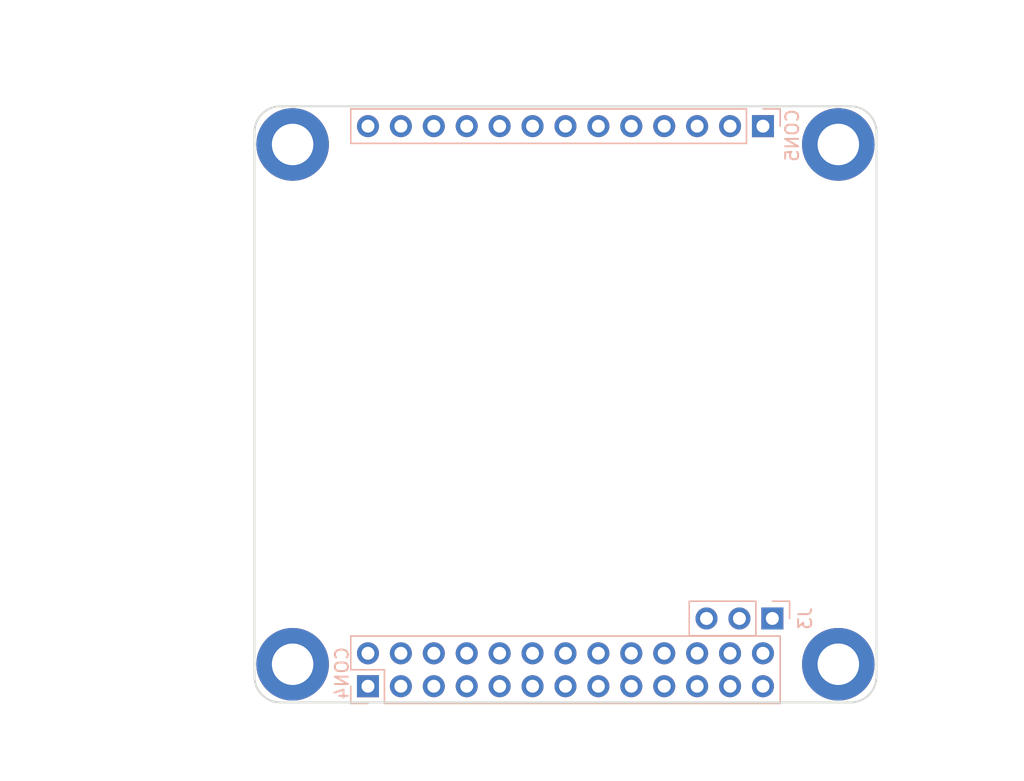
<source format=kicad_pcb>
(kicad_pcb (version 20171130) (host pcbnew 5.0.0)

  (general
    (thickness 1.6)
    (drawings 24)
    (tracks 0)
    (zones 0)
    (modules 7)
    (nets 4)
  )

  (page A4)
  (layers
    (0 F.Cu signal)
    (31 B.Cu signal)
    (32 B.Adhes user)
    (33 F.Adhes user)
    (34 B.Paste user)
    (35 F.Paste user)
    (36 B.SilkS user)
    (37 F.SilkS user)
    (38 B.Mask user)
    (39 F.Mask user)
    (40 Dwgs.User user)
    (41 Cmts.User user)
    (42 Eco1.User user)
    (43 Eco2.User user)
    (44 Edge.Cuts user)
    (45 Margin user)
    (46 B.CrtYd user)
    (47 F.CrtYd user)
    (48 B.Fab user)
    (49 F.Fab user)
  )

  (setup
    (last_trace_width 0.25)
    (trace_clearance 0.2)
    (zone_clearance 0.508)
    (zone_45_only no)
    (trace_min 0.2)
    (segment_width 0.2)
    (edge_width 0.15)
    (via_size 0.6)
    (via_drill 0.4)
    (via_min_size 0.4)
    (via_min_drill 0.3)
    (uvia_size 0.3)
    (uvia_drill 0.1)
    (uvias_allowed no)
    (uvia_min_size 0.2)
    (uvia_min_drill 0.1)
    (pcb_text_width 0.3)
    (pcb_text_size 1.5 1.5)
    (mod_edge_width 0.15)
    (mod_text_size 1 1)
    (mod_text_width 0.15)
    (pad_size 5.6 5.6)
    (pad_drill 3.2)
    (pad_to_mask_clearance 0.2)
    (aux_axis_origin 130 116)
    (grid_origin 130 116)
    (visible_elements FFFFFF7F)
    (pcbplotparams
      (layerselection 0x00030_80000001)
      (usegerberextensions false)
      (usegerberattributes false)
      (usegerberadvancedattributes false)
      (creategerberjobfile false)
      (excludeedgelayer true)
      (linewidth 0.100000)
      (plotframeref false)
      (viasonmask false)
      (mode 1)
      (useauxorigin false)
      (hpglpennumber 1)
      (hpglpenspeed 20)
      (hpglpendiameter 15.000000)
      (psnegative false)
      (psa4output false)
      (plotreference true)
      (plotvalue true)
      (plotinvisibletext false)
      (padsonsilk false)
      (subtractmaskfromsilk false)
      (outputformat 1)
      (mirror false)
      (drillshape 1)
      (scaleselection 1)
      (outputdirectory ""))
  )

  (net 0 "")
  (net 1 /3.3V)
  (net 2 /5V)
  (net 3 /GND)

  (net_class Default "This is the default net class."
    (clearance 0.2)
    (trace_width 0.25)
    (via_dia 0.6)
    (via_drill 0.4)
    (uvia_dia 0.3)
    (uvia_drill 0.1)
    (add_net /3.3V)
    (add_net /5V)
    (add_net /GND)
  )

  (module Mounting_Holes:MountingHole_3.2mm_M3_DIN965_Pad (layer F.Cu) (tedit 5A883868) (tstamp 5A883476)
    (at 132.945 72.945)
    (descr "Mounting Hole 3.2mm, M3, DIN965")
    (tags "mounting hole 3.2mm m3 din965")
    (attr virtual)
    (fp_text reference REF** (at 0 -3.8) (layer F.SilkS) hide
      (effects (font (size 1 1) (thickness 0.15)))
    )
    (fp_text value MountingHole_3.2mm_M3_DIN965_Pad (at 0 3.8) (layer F.Fab)
      (effects (font (size 1 1) (thickness 0.15)))
    )
    (fp_text user %R (at 0.3 0) (layer F.Fab)
      (effects (font (size 1 1) (thickness 0.15)))
    )
    (fp_circle (center 0 0) (end 2.8 0) (layer Cmts.User) (width 0.15))
    (fp_circle (center 0 0) (end 3.05 0) (layer F.CrtYd) (width 0.05))
    (pad 1 thru_hole circle (at 0 0) (size 5.6 5.6) (drill 3.2) (layers *.Cu *.Mask))
  )

  (module Mounting_Holes:MountingHole_3.2mm_M3_DIN965_Pad (layer F.Cu) (tedit 5A883862) (tstamp 5A883477)
    (at 175.055 72.945)
    (descr "Mounting Hole 3.2mm, M3, DIN965")
    (tags "mounting hole 3.2mm m3 din965")
    (attr virtual)
    (fp_text reference REF** (at 0 -3.8) (layer F.SilkS) hide
      (effects (font (size 1 1) (thickness 0.15)))
    )
    (fp_text value MountingHole_3.2mm_M3_DIN965_Pad (at 0 3.8) (layer F.Fab)
      (effects (font (size 1 1) (thickness 0.15)))
    )
    (fp_text user %R (at 0.3 0) (layer F.Fab)
      (effects (font (size 1 1) (thickness 0.15)))
    )
    (fp_circle (center 0 0) (end 2.8 0) (layer Cmts.User) (width 0.15))
    (fp_circle (center 0 0) (end 3.05 0) (layer F.CrtYd) (width 0.05))
    (pad 1 thru_hole circle (at 0 0) (size 5.6 5.6) (drill 3.2) (layers *.Cu *.Mask))
  )

  (module Mounting_Holes:MountingHole_3.2mm_M3_DIN965_Pad (layer F.Cu) (tedit 5A883871) (tstamp 5A883478)
    (at 132.945 113.055)
    (descr "Mounting Hole 3.2mm, M3, DIN965")
    (tags "mounting hole 3.2mm m3 din965")
    (attr virtual)
    (fp_text reference REF** (at 0 -3.8) (layer F.SilkS) hide
      (effects (font (size 1 1) (thickness 0.15)))
    )
    (fp_text value MountingHole_3.2mm_M3_DIN965_Pad (at 0 3.8) (layer F.Fab)
      (effects (font (size 1 1) (thickness 0.15)))
    )
    (fp_text user %R (at 0.3 0) (layer F.Fab)
      (effects (font (size 1 1) (thickness 0.15)))
    )
    (fp_circle (center 0 0) (end 2.8 0) (layer Cmts.User) (width 0.15))
    (fp_circle (center 0 0) (end 3.05 0) (layer F.CrtYd) (width 0.05))
    (pad 1 thru_hole circle (at 0 0) (size 5.6 5.6) (drill 3.2) (layers *.Cu *.Mask))
  )

  (module Mounting_Holes:MountingHole_3.2mm_M3_DIN965_Pad (layer F.Cu) (tedit 5A883877) (tstamp 5A8834E8)
    (at 175.055 113.055)
    (descr "Mounting Hole 3.2mm, M3, DIN965")
    (tags "mounting hole 3.2mm m3 din965")
    (attr virtual)
    (fp_text reference REF** (at 0 -3.8) (layer F.SilkS) hide
      (effects (font (size 1 1) (thickness 0.15)))
    )
    (fp_text value MountingHole_3.2mm_M3_DIN965_Pad (at 0 3.8) (layer F.Fab)
      (effects (font (size 1 1) (thickness 0.15)))
    )
    (fp_text user %R (at 0.3 0) (layer F.Fab)
      (effects (font (size 1 1) (thickness 0.15)))
    )
    (fp_circle (center 0 0) (end 2.8 0) (layer Cmts.User) (width 0.15))
    (fp_circle (center 0 0) (end 3.05 0) (layer F.CrtYd) (width 0.05))
    (pad 1 thru_hole circle (at 0 0) (size 5.6 5.6) (drill 3.2) (layers *.Cu *.Mask))
  )

  (module Connector_PinSocket_2.54mm:PinSocket_1x13_P2.54mm_Vertical (layer B.Cu) (tedit 5A19A421) (tstamp 5A882D06)
    (at 169.24 71.53 90)
    (descr "Through hole straight socket strip, 1x13, 2.54mm pitch, single row (from Kicad 4.0.7), script generated")
    (tags "Through hole socket strip THT 1x13 2.54mm single row")
    (path /5A881435)
    (fp_text reference CON5 (at -0.72 2.26 90) (layer B.SilkS)
      (effects (font (size 1 1) (thickness 0.15)) (justify mirror))
    )
    (fp_text value Conn_01x13 (at 0 -33.25 90) (layer B.Fab)
      (effects (font (size 1 1) (thickness 0.15)) (justify mirror))
    )
    (fp_text user %R (at 0 -15.24) (layer B.Fab)
      (effects (font (size 1 1) (thickness 0.15)) (justify mirror))
    )
    (fp_line (start -1.8 -32.25) (end -1.8 1.8) (layer B.CrtYd) (width 0.05))
    (fp_line (start 1.75 -32.25) (end -1.8 -32.25) (layer B.CrtYd) (width 0.05))
    (fp_line (start 1.75 1.8) (end 1.75 -32.25) (layer B.CrtYd) (width 0.05))
    (fp_line (start -1.8 1.8) (end 1.75 1.8) (layer B.CrtYd) (width 0.05))
    (fp_line (start 0 1.33) (end 1.33 1.33) (layer B.SilkS) (width 0.12))
    (fp_line (start 1.33 1.33) (end 1.33 0) (layer B.SilkS) (width 0.12))
    (fp_line (start 1.33 -1.27) (end 1.33 -31.81) (layer B.SilkS) (width 0.12))
    (fp_line (start -1.33 -31.81) (end 1.33 -31.81) (layer B.SilkS) (width 0.12))
    (fp_line (start -1.33 -1.27) (end -1.33 -31.81) (layer B.SilkS) (width 0.12))
    (fp_line (start -1.33 -1.27) (end 1.33 -1.27) (layer B.SilkS) (width 0.12))
    (fp_line (start -1.27 -31.75) (end -1.27 1.27) (layer B.Fab) (width 0.1))
    (fp_line (start 1.27 -31.75) (end -1.27 -31.75) (layer B.Fab) (width 0.1))
    (fp_line (start 1.27 0.635) (end 1.27 -31.75) (layer B.Fab) (width 0.1))
    (fp_line (start 0.635 1.27) (end 1.27 0.635) (layer B.Fab) (width 0.1))
    (fp_line (start -1.27 1.27) (end 0.635 1.27) (layer B.Fab) (width 0.1))
    (pad 13 thru_hole oval (at 0 -30.48 90) (size 1.7 1.7) (drill 1) (layers *.Cu *.Mask))
    (pad 12 thru_hole oval (at 0 -27.94 90) (size 1.7 1.7) (drill 1) (layers *.Cu *.Mask))
    (pad 11 thru_hole oval (at 0 -25.4 90) (size 1.7 1.7) (drill 1) (layers *.Cu *.Mask))
    (pad 10 thru_hole oval (at 0 -22.86 90) (size 1.7 1.7) (drill 1) (layers *.Cu *.Mask))
    (pad 9 thru_hole oval (at 0 -20.32 90) (size 1.7 1.7) (drill 1) (layers *.Cu *.Mask))
    (pad 8 thru_hole oval (at 0 -17.78 90) (size 1.7 1.7) (drill 1) (layers *.Cu *.Mask))
    (pad 7 thru_hole oval (at 0 -15.24 90) (size 1.7 1.7) (drill 1) (layers *.Cu *.Mask))
    (pad 6 thru_hole oval (at 0 -12.7 90) (size 1.7 1.7) (drill 1) (layers *.Cu *.Mask))
    (pad 5 thru_hole oval (at 0 -10.16 90) (size 1.7 1.7) (drill 1) (layers *.Cu *.Mask))
    (pad 4 thru_hole oval (at 0 -7.62 90) (size 1.7 1.7) (drill 1) (layers *.Cu *.Mask))
    (pad 3 thru_hole oval (at 0 -5.08 90) (size 1.7 1.7) (drill 1) (layers *.Cu *.Mask))
    (pad 2 thru_hole oval (at 0 -2.54 90) (size 1.7 1.7) (drill 1) (layers *.Cu *.Mask)
      (net 3 /GND))
    (pad 1 thru_hole rect (at 0 0 90) (size 1.7 1.7) (drill 1) (layers *.Cu *.Mask)
      (net 2 /5V))
    (model ${KISYS3DMOD}/Connector_PinSocket_2.54mm.3dshapes/PinSocket_1x13_P2.54mm_Vertical.wrl
      (at (xyz 0 0 0))
      (scale (xyz 1 1 1))
      (rotate (xyz 0 0 0))
    )
  )

  (module Connector_PinSocket_2.54mm:PinSocket_2x13_P2.54mm_Vertical (layer B.Cu) (tedit 5A19A430) (tstamp 5A882CE9)
    (at 138.76 114.75 270)
    (descr "Through hole straight socket strip, 2x13, 2.54mm pitch, double cols (from Kicad 4.0.7), script generated")
    (tags "Through hole socket strip THT 2x13 2.54mm double row")
    (path /5A8814EE)
    (fp_text reference CON4 (at -1 2.01 270) (layer B.SilkS)
      (effects (font (size 1 1) (thickness 0.15)) (justify mirror))
    )
    (fp_text value Conn_02x13_Odd_Even (at -1.27 -33.25 270) (layer B.Fab)
      (effects (font (size 1 1) (thickness 0.15)) (justify mirror))
    )
    (fp_text user %R (at -1.27 -15.24 180) (layer B.Fab)
      (effects (font (size 1 1) (thickness 0.15)) (justify mirror))
    )
    (fp_line (start -4.34 -32.25) (end -4.34 1.8) (layer B.CrtYd) (width 0.05))
    (fp_line (start 1.76 -32.25) (end -4.34 -32.25) (layer B.CrtYd) (width 0.05))
    (fp_line (start 1.76 1.8) (end 1.76 -32.25) (layer B.CrtYd) (width 0.05))
    (fp_line (start -4.34 1.8) (end 1.76 1.8) (layer B.CrtYd) (width 0.05))
    (fp_line (start 0 1.33) (end 1.33 1.33) (layer B.SilkS) (width 0.12))
    (fp_line (start 1.33 1.33) (end 1.33 0) (layer B.SilkS) (width 0.12))
    (fp_line (start -1.27 1.33) (end -1.27 -1.27) (layer B.SilkS) (width 0.12))
    (fp_line (start -1.27 -1.27) (end 1.33 -1.27) (layer B.SilkS) (width 0.12))
    (fp_line (start 1.33 -1.27) (end 1.33 -31.81) (layer B.SilkS) (width 0.12))
    (fp_line (start -3.87 -31.81) (end 1.33 -31.81) (layer B.SilkS) (width 0.12))
    (fp_line (start -3.87 1.33) (end -3.87 -31.81) (layer B.SilkS) (width 0.12))
    (fp_line (start -3.87 1.33) (end -1.27 1.33) (layer B.SilkS) (width 0.12))
    (fp_line (start -3.81 -31.75) (end -3.81 1.27) (layer B.Fab) (width 0.1))
    (fp_line (start 1.27 -31.75) (end -3.81 -31.75) (layer B.Fab) (width 0.1))
    (fp_line (start 1.27 0.27) (end 1.27 -31.75) (layer B.Fab) (width 0.1))
    (fp_line (start 0.27 1.27) (end 1.27 0.27) (layer B.Fab) (width 0.1))
    (fp_line (start -3.81 1.27) (end 0.27 1.27) (layer B.Fab) (width 0.1))
    (pad 26 thru_hole oval (at -2.54 -30.48 270) (size 1.7 1.7) (drill 1) (layers *.Cu *.Mask))
    (pad 25 thru_hole oval (at 0 -30.48 270) (size 1.7 1.7) (drill 1) (layers *.Cu *.Mask)
      (net 3 /GND))
    (pad 24 thru_hole oval (at -2.54 -27.94 270) (size 1.7 1.7) (drill 1) (layers *.Cu *.Mask))
    (pad 23 thru_hole oval (at 0 -27.94 270) (size 1.7 1.7) (drill 1) (layers *.Cu *.Mask))
    (pad 22 thru_hole oval (at -2.54 -25.4 270) (size 1.7 1.7) (drill 1) (layers *.Cu *.Mask))
    (pad 21 thru_hole oval (at 0 -25.4 270) (size 1.7 1.7) (drill 1) (layers *.Cu *.Mask))
    (pad 20 thru_hole oval (at -2.54 -22.86 270) (size 1.7 1.7) (drill 1) (layers *.Cu *.Mask)
      (net 3 /GND))
    (pad 19 thru_hole oval (at 0 -22.86 270) (size 1.7 1.7) (drill 1) (layers *.Cu *.Mask))
    (pad 18 thru_hole oval (at -2.54 -20.32 270) (size 1.7 1.7) (drill 1) (layers *.Cu *.Mask))
    (pad 17 thru_hole oval (at 0 -20.32 270) (size 1.7 1.7) (drill 1) (layers *.Cu *.Mask)
      (net 1 /3.3V))
    (pad 16 thru_hole oval (at -2.54 -17.78 270) (size 1.7 1.7) (drill 1) (layers *.Cu *.Mask))
    (pad 15 thru_hole oval (at 0 -17.78 270) (size 1.7 1.7) (drill 1) (layers *.Cu *.Mask))
    (pad 14 thru_hole oval (at -2.54 -15.24 270) (size 1.7 1.7) (drill 1) (layers *.Cu *.Mask)
      (net 3 /GND))
    (pad 13 thru_hole oval (at 0 -15.24 270) (size 1.7 1.7) (drill 1) (layers *.Cu *.Mask))
    (pad 12 thru_hole oval (at -2.54 -12.7 270) (size 1.7 1.7) (drill 1) (layers *.Cu *.Mask))
    (pad 11 thru_hole oval (at 0 -12.7 270) (size 1.7 1.7) (drill 1) (layers *.Cu *.Mask))
    (pad 10 thru_hole oval (at -2.54 -10.16 270) (size 1.7 1.7) (drill 1) (layers *.Cu *.Mask))
    (pad 9 thru_hole oval (at 0 -10.16 270) (size 1.7 1.7) (drill 1) (layers *.Cu *.Mask)
      (net 3 /GND))
    (pad 8 thru_hole oval (at -2.54 -7.62 270) (size 1.7 1.7) (drill 1) (layers *.Cu *.Mask))
    (pad 7 thru_hole oval (at 0 -7.62 270) (size 1.7 1.7) (drill 1) (layers *.Cu *.Mask))
    (pad 6 thru_hole oval (at -2.54 -5.08 270) (size 1.7 1.7) (drill 1) (layers *.Cu *.Mask)
      (net 3 /GND))
    (pad 5 thru_hole oval (at 0 -5.08 270) (size 1.7 1.7) (drill 1) (layers *.Cu *.Mask))
    (pad 4 thru_hole oval (at -2.54 -2.54 270) (size 1.7 1.7) (drill 1) (layers *.Cu *.Mask)
      (net 2 /5V))
    (pad 3 thru_hole oval (at 0 -2.54 270) (size 1.7 1.7) (drill 1) (layers *.Cu *.Mask))
    (pad 2 thru_hole oval (at -2.54 0 270) (size 1.7 1.7) (drill 1) (layers *.Cu *.Mask)
      (net 2 /5V))
    (pad 1 thru_hole rect (at 0 0 270) (size 1.7 1.7) (drill 1) (layers *.Cu *.Mask)
      (net 1 /3.3V))
    (model ${KISYS3DMOD}/Connector_PinSocket_2.54mm.3dshapes/PinSocket_2x13_P2.54mm_Vertical.wrl
      (at (xyz 0 0 0))
      (scale (xyz 1 1 1))
      (rotate (xyz 0 0 0))
    )
  )

  (module Connector_PinSocket_2.54mm:PinSocket_1x03_P2.54mm_Vertical (layer B.Cu) (tedit 5A19A429) (tstamp 5A882D16)
    (at 169.964 109.522 90)
    (descr "Through hole straight socket strip, 1x03, 2.54mm pitch, single row (from Kicad 4.0.7), script generated")
    (tags "Through hole socket strip THT 1x03 2.54mm single row")
    (path /5A88163D)
    (fp_text reference J3 (at 0 2.536 90) (layer B.SilkS)
      (effects (font (size 1 1) (thickness 0.15)) (justify mirror))
    )
    (fp_text value Conn_01x03 (at 0 -7.85 90) (layer B.Fab)
      (effects (font (size 1 1) (thickness 0.15)) (justify mirror))
    )
    (fp_text user %R (at 0 -2.54) (layer B.Fab)
      (effects (font (size 1 1) (thickness 0.15)) (justify mirror))
    )
    (fp_line (start -1.8 -6.85) (end -1.8 1.8) (layer B.CrtYd) (width 0.05))
    (fp_line (start 1.75 -6.85) (end -1.8 -6.85) (layer B.CrtYd) (width 0.05))
    (fp_line (start 1.75 1.8) (end 1.75 -6.85) (layer B.CrtYd) (width 0.05))
    (fp_line (start -1.8 1.8) (end 1.75 1.8) (layer B.CrtYd) (width 0.05))
    (fp_line (start 0 1.33) (end 1.33 1.33) (layer B.SilkS) (width 0.12))
    (fp_line (start 1.33 1.33) (end 1.33 0) (layer B.SilkS) (width 0.12))
    (fp_line (start 1.33 -1.27) (end 1.33 -6.41) (layer B.SilkS) (width 0.12))
    (fp_line (start -1.33 -6.41) (end 1.33 -6.41) (layer B.SilkS) (width 0.12))
    (fp_line (start -1.33 -1.27) (end -1.33 -6.41) (layer B.SilkS) (width 0.12))
    (fp_line (start -1.33 -1.27) (end 1.33 -1.27) (layer B.SilkS) (width 0.12))
    (fp_line (start -1.27 -6.35) (end -1.27 1.27) (layer B.Fab) (width 0.1))
    (fp_line (start 1.27 -6.35) (end -1.27 -6.35) (layer B.Fab) (width 0.1))
    (fp_line (start 1.27 0.635) (end 1.27 -6.35) (layer B.Fab) (width 0.1))
    (fp_line (start 0.635 1.27) (end 1.27 0.635) (layer B.Fab) (width 0.1))
    (fp_line (start -1.27 1.27) (end 0.635 1.27) (layer B.Fab) (width 0.1))
    (pad 3 thru_hole oval (at 0 -5.08 90) (size 1.7 1.7) (drill 1) (layers *.Cu *.Mask))
    (pad 2 thru_hole oval (at 0 -2.54 90) (size 1.7 1.7) (drill 1) (layers *.Cu *.Mask))
    (pad 1 thru_hole rect (at 0 0 90) (size 1.7 1.7) (drill 1) (layers *.Cu *.Mask)
      (net 3 /GND))
    (model ${KISYS3DMOD}/Connector_PinSocket_2.54mm.3dshapes/PinSocket_1x03_P2.54mm_Vertical.wrl
      (at (xyz 0 0 0))
      (scale (xyz 1 1 1))
      (rotate (xyz 0 0 0))
    )
  )

  (gr_text HDMI (at 173 93) (layer Dwgs.User)
    (effects (font (size 1.5 1.5) (thickness 0.3)))
  )
  (gr_line (start 167.29 76.44) (end 179.89 91.48) (angle 90) (layer Dwgs.User) (width 0.2))
  (gr_line (start 167.29 91.48) (end 179.89 76.44) (angle 90) (layer Dwgs.User) (width 0.2))
  (gr_line (start 179.89 91.48) (end 167.29 91.48) (angle 90) (layer Dwgs.User) (width 0.2))
  (gr_line (start 179.89 76.44) (end 179.89 91.48) (angle 90) (layer Dwgs.User) (width 0.2))
  (gr_line (start 167.29 76.44) (end 179.89 76.44) (angle 90) (layer Dwgs.User) (width 0.2))
  (gr_line (start 167.29 91.48) (end 167.29 76.44) (angle 90) (layer Dwgs.User) (width 0.2))
  (gr_text "CPU,\noptional radiator" (at 144 96) (layer Dwgs.User)
    (effects (font (size 1.5 1.5) (thickness 0.3)))
  )
  (gr_line (start 137.076 78.9) (end 151.07 92.9) (angle 90) (layer Dwgs.User) (width 0.2))
  (gr_line (start 137.076 92.9) (end 151.07 78.9) (angle 90) (layer Dwgs.User) (width 0.2))
  (gr_line (start 137.076 92.9) (end 151.07 92.9) (angle 90) (layer Dwgs.User) (width 0.2))
  (gr_line (start 151.07 78.9) (end 151.07 92.9) (angle 90) (layer Dwgs.User) (width 0.2))
  (gr_line (start 137.076 78.9) (end 151.07 78.9) (angle 90) (layer Dwgs.User) (width 0.2))
  (gr_line (start 137.076 92.9) (end 137.076 78.9) (angle 90) (layer Dwgs.User) (width 0.2))
  (dimension 46 (width 0.3) (layer Dwgs.User)
    (gr_text "46 mm" (at 116.65 93 270) (layer Dwgs.User)
      (effects (font (size 1.5 1.5) (thickness 0.3)))
    )
    (feature1 (pts (xy 135 116) (xy 115.3 116)))
    (feature2 (pts (xy 135 70) (xy 115.3 70)))
    (crossbar (pts (xy 118 70) (xy 118 116)))
    (arrow1a (pts (xy 118 116) (xy 117.413579 114.873496)))
    (arrow1b (pts (xy 118 116) (xy 118.586421 114.873496)))
    (arrow2a (pts (xy 118 70) (xy 117.413579 71.126504)))
    (arrow2b (pts (xy 118 70) (xy 118.586421 71.126504)))
  )
  (dimension 48 (width 0.3) (layer Dwgs.User)
    (gr_text "48 mm" (at 154 63.65) (layer Dwgs.User)
      (effects (font (size 1.5 1.5) (thickness 0.3)))
    )
    (feature1 (pts (xy 178 78) (xy 178 62.3)))
    (feature2 (pts (xy 130 78) (xy 130 62.3)))
    (crossbar (pts (xy 130 65) (xy 178 65)))
    (arrow1a (pts (xy 178 65) (xy 176.873496 65.586421)))
    (arrow1b (pts (xy 178 65) (xy 176.873496 64.413579)))
    (arrow2a (pts (xy 130 65) (xy 131.126504 65.586421)))
    (arrow2b (pts (xy 130 65) (xy 131.126504 64.413579)))
  )
  (gr_arc (start 176 114) (end 178 114) (angle 90) (layer Edge.Cuts) (width 0.15))
  (gr_arc (start 132 114) (end 132 116) (angle 90) (layer Edge.Cuts) (width 0.15))
  (gr_arc (start 176 72) (end 176 70) (angle 90) (layer Edge.Cuts) (width 0.15))
  (gr_arc (start 132 72) (end 130 72) (angle 90) (layer Edge.Cuts) (width 0.15))
  (gr_line (start 132 70) (end 176 70) (angle 90) (layer Edge.Cuts) (width 0.15))
  (gr_line (start 178 114) (end 178 72) (angle 90) (layer Edge.Cuts) (width 0.15))
  (gr_line (start 132 116) (end 176 116) (angle 90) (layer Edge.Cuts) (width 0.15))
  (gr_line (start 130 72) (end 130 114) (angle 90) (layer Edge.Cuts) (width 0.15))

)

</source>
